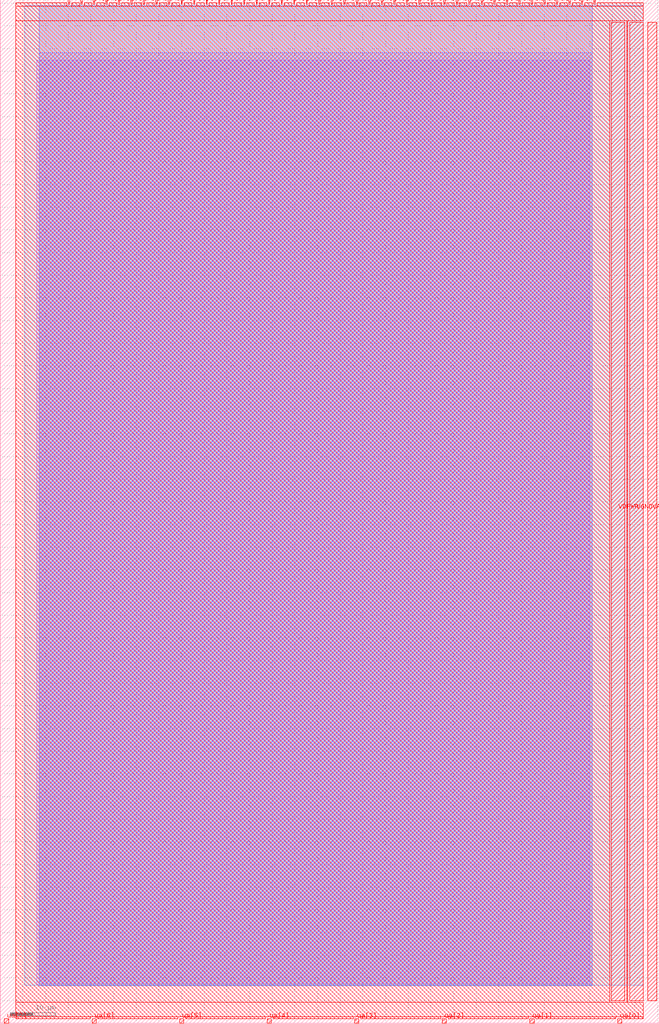
<source format=lef>
VERSION 5.7 ;
  NOWIREEXTENSIONATPIN ON ;
  DIVIDERCHAR "/" ;
  BUSBITCHARS "[]" ;
MACRO tt_um_algofoogle_tt08_vga_fun
  CLASS BLOCK ;
  FOREIGN tt_um_algofoogle_tt08_vga_fun ;
  ORIGIN 0.000 0.000 ;
  SIZE 145.360 BY 225.760 ;
  PIN clk
    DIRECTION INPUT ;
    USE SIGNAL ;
    ANTENNAGATEAREA 0.852000 ;
    PORT
      LAYER met4 ;
        RECT 128.190 224.760 128.490 225.760 ;
    END
  END clk
  PIN ena
    DIRECTION INPUT ;
    USE SIGNAL ;
    PORT
      LAYER met4 ;
        RECT 130.950 224.760 131.250 225.760 ;
    END
  END ena
  PIN rst_n
    DIRECTION INPUT ;
    USE SIGNAL ;
    ANTENNAGATEAREA 0.213000 ;
    PORT
      LAYER met4 ;
        RECT 125.430 224.760 125.730 225.760 ;
    END
  END rst_n
  PIN ua[0]
    DIRECTION INOUT ;
    USE SIGNAL ;
    ANTENNAGATEAREA 21.769999 ;
    ANTENNADIFFAREA 0.290000 ;
    PORT
      LAYER met4 ;
        RECT 136.170 0.000 137.070 1.000 ;
    END
  END ua[0]
  PIN ua[1]
    DIRECTION INOUT ;
    USE SIGNAL ;
    ANTENNADIFFAREA 2.465000 ;
    PORT
      LAYER met4 ;
        RECT 116.850 0.000 117.750 1.000 ;
    END
  END ua[1]
  PIN ua[2]
    DIRECTION INOUT ;
    USE SIGNAL ;
    ANTENNADIFFAREA 2.465000 ;
    PORT
      LAYER met4 ;
        RECT 97.530 0.000 98.430 1.000 ;
    END
  END ua[2]
  PIN ua[3]
    DIRECTION INOUT ;
    USE SIGNAL ;
    ANTENNADIFFAREA 2.465000 ;
    PORT
      LAYER met4 ;
        RECT 78.210 0.000 79.110 1.000 ;
    END
  END ua[3]
  PIN ua[4]
    DIRECTION INOUT ;
    USE SIGNAL ;
    PORT
      LAYER met4 ;
        RECT 58.890 0.000 59.790 1.000 ;
    END
  END ua[4]
  PIN ua[5]
    DIRECTION INOUT ;
    USE SIGNAL ;
    PORT
      LAYER met4 ;
        RECT 39.570 0.000 40.470 1.000 ;
    END
  END ua[5]
  PIN ua[6]
    DIRECTION INOUT ;
    USE SIGNAL ;
    PORT
      LAYER met4 ;
        RECT 20.250 0.000 21.150 1.000 ;
    END
  END ua[6]
  PIN ua[7]
    DIRECTION INOUT ;
    USE SIGNAL ;
    PORT
      LAYER met4 ;
        RECT 0.930 0.000 1.830 1.000 ;
    END
  END ua[7]
  PIN ui_in[0]
    DIRECTION INPUT ;
    USE SIGNAL ;
    ANTENNAGATEAREA 0.213000 ;
    PORT
      LAYER met4 ;
        RECT 122.670 224.760 122.970 225.760 ;
    END
  END ui_in[0]
  PIN ui_in[1]
    DIRECTION INPUT ;
    USE SIGNAL ;
    ANTENNAGATEAREA 0.213000 ;
    PORT
      LAYER met4 ;
        RECT 119.910 224.760 120.210 225.760 ;
    END
  END ui_in[1]
  PIN ui_in[2]
    DIRECTION INPUT ;
    USE SIGNAL ;
    ANTENNAGATEAREA 0.213000 ;
    PORT
      LAYER met4 ;
        RECT 117.150 224.760 117.450 225.760 ;
    END
  END ui_in[2]
  PIN ui_in[3]
    DIRECTION INPUT ;
    USE SIGNAL ;
    ANTENNAGATEAREA 0.126000 ;
    PORT
      LAYER met4 ;
        RECT 114.390 224.760 114.690 225.760 ;
    END
  END ui_in[3]
  PIN ui_in[4]
    DIRECTION INPUT ;
    USE SIGNAL ;
    ANTENNAGATEAREA 0.213000 ;
    PORT
      LAYER met4 ;
        RECT 111.630 224.760 111.930 225.760 ;
    END
  END ui_in[4]
  PIN ui_in[5]
    DIRECTION INPUT ;
    USE SIGNAL ;
    ANTENNAGATEAREA 0.213000 ;
    PORT
      LAYER met4 ;
        RECT 108.870 224.760 109.170 225.760 ;
    END
  END ui_in[5]
  PIN ui_in[6]
    DIRECTION INPUT ;
    USE SIGNAL ;
    ANTENNAGATEAREA 0.213000 ;
    PORT
      LAYER met4 ;
        RECT 106.110 224.760 106.410 225.760 ;
    END
  END ui_in[6]
  PIN ui_in[7]
    DIRECTION INPUT ;
    USE SIGNAL ;
    ANTENNAGATEAREA 0.213000 ;
    PORT
      LAYER met4 ;
        RECT 103.350 224.760 103.650 225.760 ;
    END
  END ui_in[7]
  PIN uio_in[0]
    DIRECTION INPUT ;
    USE SIGNAL ;
    PORT
      LAYER met4 ;
        RECT 100.590 224.760 100.890 225.760 ;
    END
  END uio_in[0]
  PIN uio_in[1]
    DIRECTION INPUT ;
    USE SIGNAL ;
    PORT
      LAYER met4 ;
        RECT 97.830 224.760 98.130 225.760 ;
    END
  END uio_in[1]
  PIN uio_in[2]
    DIRECTION INPUT ;
    USE SIGNAL ;
    PORT
      LAYER met4 ;
        RECT 95.070 224.760 95.370 225.760 ;
    END
  END uio_in[2]
  PIN uio_in[3]
    DIRECTION INPUT ;
    USE SIGNAL ;
    PORT
      LAYER met4 ;
        RECT 92.310 224.760 92.610 225.760 ;
    END
  END uio_in[3]
  PIN uio_in[4]
    DIRECTION INPUT ;
    USE SIGNAL ;
    PORT
      LAYER met4 ;
        RECT 89.550 224.760 89.850 225.760 ;
    END
  END uio_in[4]
  PIN uio_in[5]
    DIRECTION INPUT ;
    USE SIGNAL ;
    PORT
      LAYER met4 ;
        RECT 86.790 224.760 87.090 225.760 ;
    END
  END uio_in[5]
  PIN uio_in[6]
    DIRECTION INPUT ;
    USE SIGNAL ;
    PORT
      LAYER met4 ;
        RECT 84.030 224.760 84.330 225.760 ;
    END
  END uio_in[6]
  PIN uio_in[7]
    DIRECTION INPUT ;
    USE SIGNAL ;
    PORT
      LAYER met4 ;
        RECT 81.270 224.760 81.570 225.760 ;
    END
  END uio_in[7]
  PIN uio_oe[0]
    DIRECTION OUTPUT ;
    USE SIGNAL ;
    ANTENNAGATEAREA 336.264496 ;
    ANTENNADIFFAREA 951.944153 ;
    PORT
      LAYER met4 ;
        RECT 34.350 224.760 34.650 225.760 ;
    END
  END uio_oe[0]
  PIN uio_oe[1]
    DIRECTION OUTPUT ;
    USE SIGNAL ;
    ANTENNAGATEAREA 336.264496 ;
    ANTENNADIFFAREA 951.944153 ;
    PORT
      LAYER met4 ;
        RECT 31.590 224.760 31.890 225.760 ;
    END
  END uio_oe[1]
  PIN uio_oe[2]
    DIRECTION OUTPUT ;
    USE SIGNAL ;
    ANTENNAGATEAREA 532.134277 ;
    ANTENNADIFFAREA 866.461060 ;
    PORT
      LAYER met4 ;
        RECT 28.830 224.760 29.130 225.760 ;
    END
  END uio_oe[2]
  PIN uio_oe[3]
    DIRECTION OUTPUT ;
    USE SIGNAL ;
    ANTENNAGATEAREA 532.134277 ;
    ANTENNADIFFAREA 866.461060 ;
    PORT
      LAYER met4 ;
        RECT 26.070 224.760 26.370 225.760 ;
    END
  END uio_oe[3]
  PIN uio_oe[4]
    DIRECTION OUTPUT ;
    USE SIGNAL ;
    ANTENNAGATEAREA 532.134277 ;
    ANTENNADIFFAREA 866.461060 ;
    PORT
      LAYER met4 ;
        RECT 23.310 224.760 23.610 225.760 ;
    END
  END uio_oe[4]
  PIN uio_oe[5]
    DIRECTION OUTPUT ;
    USE SIGNAL ;
    ANTENNAGATEAREA 532.134277 ;
    ANTENNADIFFAREA 866.461060 ;
    PORT
      LAYER met4 ;
        RECT 20.550 224.760 20.850 225.760 ;
    END
  END uio_oe[5]
  PIN uio_oe[6]
    DIRECTION OUTPUT ;
    USE SIGNAL ;
    ANTENNAGATEAREA 532.134277 ;
    ANTENNADIFFAREA 866.461060 ;
    PORT
      LAYER met4 ;
        RECT 17.790 224.760 18.090 225.760 ;
    END
  END uio_oe[6]
  PIN uio_oe[7]
    DIRECTION OUTPUT ;
    USE SIGNAL ;
    ANTENNAGATEAREA 532.134277 ;
    ANTENNADIFFAREA 866.461060 ;
    PORT
      LAYER met4 ;
        RECT 15.030 224.760 15.330 225.760 ;
    END
  END uio_oe[7]
  PIN uio_out[0]
    DIRECTION OUTPUT ;
    USE SIGNAL ;
    ANTENNADIFFAREA 0.445500 ;
    PORT
      LAYER met4 ;
        RECT 56.430 224.760 56.730 225.760 ;
    END
  END uio_out[0]
  PIN uio_out[1]
    DIRECTION OUTPUT ;
    USE SIGNAL ;
    ANTENNADIFFAREA 0.445500 ;
    PORT
      LAYER met4 ;
        RECT 53.670 224.760 53.970 225.760 ;
    END
  END uio_out[1]
  PIN uio_out[2]
    DIRECTION OUTPUT ;
    USE SIGNAL ;
    ANTENNAGATEAREA 532.134277 ;
    ANTENNADIFFAREA 866.461060 ;
    PORT
      LAYER met4 ;
        RECT 50.910 224.760 51.210 225.760 ;
    END
  END uio_out[2]
  PIN uio_out[3]
    DIRECTION OUTPUT ;
    USE SIGNAL ;
    ANTENNAGATEAREA 532.134277 ;
    ANTENNADIFFAREA 866.461060 ;
    PORT
      LAYER met4 ;
        RECT 48.150 224.760 48.450 225.760 ;
    END
  END uio_out[3]
  PIN uio_out[4]
    DIRECTION OUTPUT ;
    USE SIGNAL ;
    ANTENNAGATEAREA 532.134277 ;
    ANTENNADIFFAREA 866.461060 ;
    PORT
      LAYER met4 ;
        RECT 45.390 224.760 45.690 225.760 ;
    END
  END uio_out[4]
  PIN uio_out[5]
    DIRECTION OUTPUT ;
    USE SIGNAL ;
    ANTENNAGATEAREA 532.134277 ;
    ANTENNADIFFAREA 866.461060 ;
    PORT
      LAYER met4 ;
        RECT 42.630 224.760 42.930 225.760 ;
    END
  END uio_out[5]
  PIN uio_out[6]
    DIRECTION OUTPUT ;
    USE SIGNAL ;
    ANTENNAGATEAREA 532.134277 ;
    ANTENNADIFFAREA 866.461060 ;
    PORT
      LAYER met4 ;
        RECT 39.870 224.760 40.170 225.760 ;
    END
  END uio_out[6]
  PIN uio_out[7]
    DIRECTION OUTPUT ;
    USE SIGNAL ;
    ANTENNAGATEAREA 532.134277 ;
    ANTENNADIFFAREA 866.461060 ;
    PORT
      LAYER met4 ;
        RECT 37.110 224.760 37.410 225.760 ;
    END
  END uio_out[7]
  PIN uo_out[0]
    DIRECTION OUTPUT ;
    USE SIGNAL ;
    ANTENNADIFFAREA 0.445500 ;
    PORT
      LAYER met4 ;
        RECT 78.510 224.760 78.810 225.760 ;
    END
  END uo_out[0]
  PIN uo_out[1]
    DIRECTION OUTPUT ;
    USE SIGNAL ;
    ANTENNADIFFAREA 0.445500 ;
    PORT
      LAYER met4 ;
        RECT 75.750 224.760 76.050 225.760 ;
    END
  END uo_out[1]
  PIN uo_out[2]
    DIRECTION OUTPUT ;
    USE SIGNAL ;
    ANTENNADIFFAREA 0.445500 ;
    PORT
      LAYER met4 ;
        RECT 72.990 224.760 73.290 225.760 ;
    END
  END uo_out[2]
  PIN uo_out[3]
    DIRECTION OUTPUT ;
    USE SIGNAL ;
    ANTENNADIFFAREA 0.445500 ;
    PORT
      LAYER met4 ;
        RECT 70.230 224.760 70.530 225.760 ;
    END
  END uo_out[3]
  PIN uo_out[4]
    DIRECTION OUTPUT ;
    USE SIGNAL ;
    ANTENNADIFFAREA 0.445500 ;
    PORT
      LAYER met4 ;
        RECT 67.470 224.760 67.770 225.760 ;
    END
  END uo_out[4]
  PIN uo_out[5]
    DIRECTION OUTPUT ;
    USE SIGNAL ;
    ANTENNADIFFAREA 0.445500 ;
    PORT
      LAYER met4 ;
        RECT 64.710 224.760 65.010 225.760 ;
    END
  END uo_out[5]
  PIN uo_out[6]
    DIRECTION OUTPUT ;
    USE SIGNAL ;
    ANTENNADIFFAREA 0.445500 ;
    PORT
      LAYER met4 ;
        RECT 61.950 224.760 62.250 225.760 ;
    END
  END uo_out[6]
  PIN uo_out[7]
    DIRECTION OUTPUT ;
    USE SIGNAL ;
    ANTENNADIFFAREA 0.445500 ;
    PORT
      LAYER met4 ;
        RECT 59.190 224.760 59.490 225.760 ;
    END
  END uo_out[7]
  PIN VDPWR
    DIRECTION INOUT ;
    USE POWER ;
    PORT
      LAYER met4 ;
        RECT 134.800 5.000 137.800 220.760 ;
    END
  END VDPWR
  PIN VGND
    DIRECTION INOUT ;
    USE GROUND ;
    PORT
      LAYER met4 ;
        RECT 138.800 5.000 141.800 220.760 ;
    END
  END VGND
  PIN VAPWR
    DIRECTION INOUT ;
    USE POWER ;
    PORT
      LAYER met4 ;
        RECT 142.800 5.000 144.800 220.760 ;
    END
  END VAPWR
  OBS
      LAYER li1 ;
        RECT 8.080 8.650 130.000 212.465 ;
      LAYER met1 ;
        RECT 8.600 8.550 130.610 214.040 ;
      LAYER met2 ;
        RECT 8.600 8.315 130.580 224.500 ;
      LAYER met3 ;
        RECT 5.350 8.370 141.800 224.500 ;
      LAYER met4 ;
        RECT 3.400 224.360 14.630 225.050 ;
        RECT 15.730 224.360 17.390 225.050 ;
        RECT 18.490 224.360 20.150 225.050 ;
        RECT 21.250 224.360 22.910 225.050 ;
        RECT 24.010 224.360 25.670 225.050 ;
        RECT 26.770 224.360 28.430 225.050 ;
        RECT 29.530 224.360 31.190 225.050 ;
        RECT 32.290 224.360 33.950 225.050 ;
        RECT 35.050 224.360 36.710 225.050 ;
        RECT 37.810 224.360 39.470 225.050 ;
        RECT 40.570 224.360 42.230 225.050 ;
        RECT 43.330 224.360 44.990 225.050 ;
        RECT 46.090 224.360 47.750 225.050 ;
        RECT 48.850 224.360 50.510 225.050 ;
        RECT 51.610 224.360 53.270 225.050 ;
        RECT 54.370 224.360 56.030 225.050 ;
        RECT 57.130 224.360 58.790 225.050 ;
        RECT 59.890 224.360 61.550 225.050 ;
        RECT 62.650 224.360 64.310 225.050 ;
        RECT 65.410 224.360 67.070 225.050 ;
        RECT 68.170 224.360 69.830 225.050 ;
        RECT 70.930 224.360 72.590 225.050 ;
        RECT 73.690 224.360 75.350 225.050 ;
        RECT 76.450 224.360 78.110 225.050 ;
        RECT 79.210 224.360 80.870 225.050 ;
        RECT 81.970 224.360 83.630 225.050 ;
        RECT 84.730 224.360 86.390 225.050 ;
        RECT 87.490 224.360 89.150 225.050 ;
        RECT 90.250 224.360 91.910 225.050 ;
        RECT 93.010 224.360 94.670 225.050 ;
        RECT 95.770 224.360 97.430 225.050 ;
        RECT 98.530 224.360 100.190 225.050 ;
        RECT 101.290 224.360 102.950 225.050 ;
        RECT 104.050 224.360 105.710 225.050 ;
        RECT 106.810 224.360 108.470 225.050 ;
        RECT 109.570 224.360 111.230 225.050 ;
        RECT 112.330 224.360 113.990 225.050 ;
        RECT 115.090 224.360 116.750 225.050 ;
        RECT 117.850 224.360 119.510 225.050 ;
        RECT 120.610 224.360 122.270 225.050 ;
        RECT 123.370 224.360 125.030 225.050 ;
        RECT 126.130 224.360 127.790 225.050 ;
        RECT 128.890 224.360 130.550 225.050 ;
        RECT 131.650 224.360 141.800 225.050 ;
        RECT 3.400 221.160 141.800 224.360 ;
        RECT 3.400 4.600 134.400 221.160 ;
        RECT 138.200 4.600 138.400 221.160 ;
        RECT 3.400 1.400 141.800 4.600 ;
        RECT 3.400 1.000 19.850 1.400 ;
        RECT 21.550 1.000 39.170 1.400 ;
        RECT 40.870 1.000 58.490 1.400 ;
        RECT 60.190 1.000 77.810 1.400 ;
        RECT 79.510 1.000 97.130 1.400 ;
        RECT 98.830 1.000 116.450 1.400 ;
        RECT 118.150 1.000 135.770 1.400 ;
        RECT 137.470 1.000 141.800 1.400 ;
  END
END tt_um_algofoogle_tt08_vga_fun
END LIBRARY


</source>
